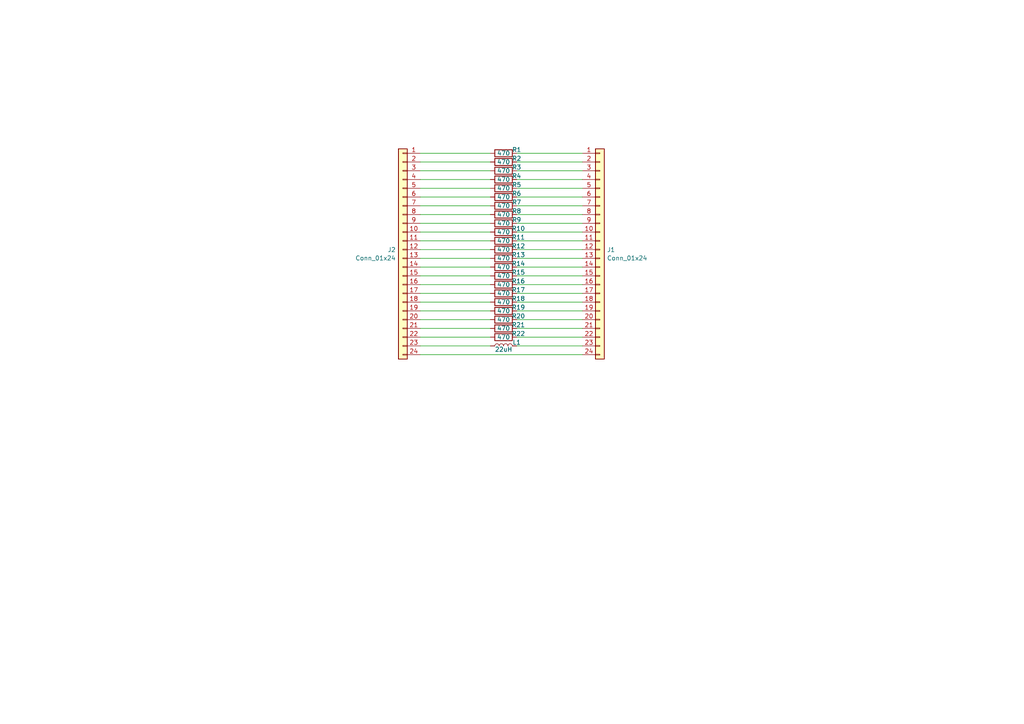
<source format=kicad_sch>
(kicad_sch (version 20231120) (generator "eeschema") (generator_version "8.0")
  (paper "A4")
  (title_block (title "600XL Resistor Networks & Inductor Keyboard Interface board") (date "2024-07-26") (rev "1"))
  (lib_symbols
    (symbol "Connector_Generic:Conn_01x24" (pin_names (offset 1.016) hide)
      (property "Reference" "J" (at 0 30.48 0))
      (property "Value" "Conn_01x24" (at 0 -33.02 0))
      (symbol "Conn_01x24_1_1"
        (rectangle (start -1.27 -30.353) (end 0 -30.607) (stroke (width 0.1524)))
        (rectangle (start -1.27 -27.813) (end 0 -28.067) (stroke (width 0.1524)))
        (rectangle (start -1.27 -25.273) (end 0 -25.527) (stroke (width 0.1524)))
        (rectangle (start -1.27 -22.733) (end 0 -22.987) (stroke (width 0.1524)))
        (rectangle (start -1.27 -20.193) (end 0 -20.447) (stroke (width 0.1524)))
        (rectangle (start -1.27 -17.653) (end 0 -17.907) (stroke (width 0.1524)))
        (rectangle (start -1.27 -15.113) (end 0 -15.367) (stroke (width 0.1524)))
        (rectangle (start -1.27 -12.573) (end 0 -12.827) (stroke (width 0.1524)))
        (rectangle (start -1.27 -10.033) (end 0 -10.287) (stroke (width 0.1524)))
        (rectangle (start -1.27 -7.493) (end 0 -7.747) (stroke (width 0.1524)))
        (rectangle (start -1.27 -4.953) (end 0 -5.207) (stroke (width 0.1524)))
        (rectangle (start -1.27 -2.413) (end 0 -2.667) (stroke (width 0.1524)))
        (rectangle (start -1.27 0.127) (end 0 -0.127) (stroke (width 0.1524)))
        (rectangle (start -1.27 2.667) (end 0 2.413) (stroke (width 0.1524)))
        (rectangle (start -1.27 5.207) (end 0 4.953) (stroke (width 0.1524)))
        (rectangle (start -1.27 7.747) (end 0 7.493) (stroke (width 0.1524)))
        (rectangle (start -1.27 10.287) (end 0 10.033) (stroke (width 0.1524)))
        (rectangle (start -1.27 12.827) (end 0 12.573) (stroke (width 0.1524)))
        (rectangle (start -1.27 15.367) (end 0 15.113) (stroke (width 0.1524)))
        (rectangle (start -1.27 17.907) (end 0 17.653) (stroke (width 0.1524)))
        (rectangle (start -1.27 20.447) (end 0 20.193) (stroke (width 0.1524)))
        (rectangle (start -1.27 22.987) (end 0 22.733) (stroke (width 0.1524)))
        (rectangle (start -1.27 25.527) (end 0 25.273) (stroke (width 0.1524)))
        (rectangle (start -1.27 28.067) (end 0 27.813) (stroke (width 0.1524)))
        (rectangle (start -1.27 29.21) (end 1.27 -31.75) (stroke (width 0.254)) (fill (type background)))
        (pin passive line (at -5.08 27.94 0) (length 3.81) (name "Pin_1") (number "1"))
        (pin passive line (at -5.08 5.08 0) (length 3.81) (name "Pin_10") (number "10"))
        (pin passive line (at -5.08 2.54 0) (length 3.81) (name "Pin_11") (number "11"))
        (pin passive line (at -5.08 0 0) (length 3.81) (name "Pin_12") (number "12"))
        (pin passive line (at -5.08 -2.54 0) (length 3.81) (name "Pin_13") (number "13"))
        (pin passive line (at -5.08 -5.08 0) (length 3.81) (name "Pin_14") (number "14"))
        (pin passive line (at -5.08 -7.62 0) (length 3.81) (name "Pin_15") (number "15"))
        (pin passive line (at -5.08 -10.16 0) (length 3.81) (name "Pin_16") (number "16"))
        (pin passive line (at -5.08 -12.7 0) (length 3.81) (name "Pin_17") (number "17"))
        (pin passive line (at -5.08 -15.24 0) (length 3.81) (name "Pin_18") (number "18"))
        (pin passive line (at -5.08 -17.78 0) (length 3.81) (name "Pin_19") (number "19"))
        (pin passive line (at -5.08 25.4 0) (length 3.81) (name "Pin_2") (number "2"))
        (pin passive line (at -5.08 -20.32 0) (length 3.81) (name "Pin_20") (number "20"))
        (pin passive line (at -5.08 -22.86 0) (length 3.81) (name "Pin_21") (number "21"))
        (pin passive line (at -5.08 -25.4 0) (length 3.81) (name "Pin_22") (number "22"))
        (pin passive line (at -5.08 -27.94 0) (length 3.81) (name "Pin_23") (number "23"))
        (pin passive line (at -5.08 -30.48 0) (length 3.81) (name "Pin_24") (number "24"))
        (pin passive line (at -5.08 22.86 0) (length 3.81) (name "Pin_3") (number "3"))
        (pin passive line (at -5.08 20.32 0) (length 3.81) (name "Pin_4") (number "4"))
        (pin passive line (at -5.08 17.78 0) (length 3.81) (name "Pin_5") (number "5"))
        (pin passive line (at -5.08 15.24 0) (length 3.81) (name "Pin_6") (number "6"))
        (pin passive line (at -5.08 12.7 0) (length 3.81) (name "Pin_7") (number "7"))
        (pin passive line (at -5.08 10.16 0) (length 3.81) (name "Pin_8") (number "8"))
        (pin passive line (at -5.08 7.62 0) (length 3.81) (name "Pin_9") (number "9"))
      )
    )
    (symbol "Device:L" (pin_numbers hide) (pin_names (offset 1.016) hide)
      (property "Reference" "L" (at -1.27 0 90))
      (property "Value" "L" (at 1.905 0 90))
      (symbol "L_0_1"
        (arc (start 0 -2.54) (mid 0.6323 -1.905) (end 0 -1.27))
        (arc (start 0 -1.27) (mid 0.6323 -0.635) (end 0 0))
        (arc (start 0 0) (mid 0.6323 0.635) (end 0 1.27))
        (arc (start 0 1.27) (mid 0.6323 1.905) (end 0 2.54))
      )
      (symbol "L_1_1"
        (pin passive line (at 0 3.81 270) (length 1.27) (name "1") (number "1"))
        (pin passive line (at 0 -3.81 90) (length 1.27) (name "2") (number "2"))
      )
    )
    (symbol "Device:R" (pin_numbers hide) (pin_names (offset 0))
      (property "Reference" "R" (at 2.032 0 90))
      (property "Value" "R" (at 0 0 90))
      (symbol "R_0_1"
        (rectangle (start -1.016 -2.54) (end 1.016 2.54) (stroke (width 0.254)))
      )
      (symbol "R_1_1"
        (pin passive line (at 0 3.81 270) (length 1.27) (name "~") (number "1"))
        (pin passive line (at 0 -3.81 90) (length 1.27) (name "~") (number "2"))
      )
    )
  )
  (wire (pts (xy 149.86 67.31) (xy 168.91 67.31)))
  (wire (pts (xy 149.86 44.45) (xy 168.91 44.45)))
  (wire (pts (xy 149.86 57.15) (xy 168.91 57.15)))
  (wire (pts (xy 121.92 54.61) (xy 142.24 54.61)))
  (wire (pts (xy 149.86 62.23) (xy 168.91 62.23)))
  (wire (pts (xy 149.86 95.25) (xy 168.91 95.25)))
  (wire (pts (xy 121.92 95.25) (xy 142.24 95.25)))
  (wire (pts (xy 121.92 72.39) (xy 142.24 72.39)))
  (wire (pts (xy 149.86 49.53) (xy 168.91 49.53)))
  (wire (pts (xy 149.86 77.47) (xy 168.91 77.47)))
  (wire (pts (xy 149.86 87.63) (xy 168.91 87.63)))
  (wire (pts (xy 149.86 90.17) (xy 168.91 90.17)))
  (wire (pts (xy 121.92 97.79) (xy 142.24 97.79)))
  (wire (pts (xy 149.86 69.85) (xy 168.91 69.85)))
  (wire (pts (xy 121.92 52.07) (xy 142.24 52.07)))
  (wire (pts (xy 121.92 67.31) (xy 142.24 67.31)))
  (wire (pts (xy 121.92 82.55) (xy 142.24 82.55)))
  (wire (pts (xy 149.86 74.93) (xy 168.91 74.93)))
  (wire (pts (xy 121.92 62.23) (xy 142.24 62.23)))
  (wire (pts (xy 149.86 54.61) (xy 168.91 54.61)))
  (wire (pts (xy 121.92 77.47) (xy 142.24 77.47)))
  (wire (pts (xy 121.92 69.85) (xy 142.24 69.85)))
  (wire (pts (xy 121.92 49.53) (xy 142.24 49.53)))
  (wire (pts (xy 121.92 100.33) (xy 142.24 100.33)))
  (wire (pts (xy 121.92 64.77) (xy 142.24 64.77)))
  (wire (pts (xy 121.92 80.01) (xy 142.24 80.01)))
  (wire (pts (xy 149.86 46.99) (xy 168.91 46.99)))
  (wire (pts (xy 149.86 100.33) (xy 168.91 100.33)))
  (wire (pts (xy 121.92 59.69) (xy 142.24 59.69)))
  (wire (pts (xy 149.86 64.77) (xy 168.91 64.77)))
  (wire (pts (xy 149.86 97.79) (xy 168.91 97.79)))
  (wire (pts (xy 149.86 80.01) (xy 168.91 80.01)))
  (wire (pts (xy 121.92 85.09) (xy 142.24 85.09)))
  (wire (pts (xy 121.92 44.45) (xy 142.24 44.45)))
  (wire (pts (xy 121.92 87.63) (xy 142.24 87.63)))
  (wire (pts (xy 121.92 74.93) (xy 142.24 74.93)))
  (wire (pts (xy 121.92 57.15) (xy 142.24 57.15)))
  (wire (pts (xy 121.92 46.99) (xy 142.24 46.99)))
  (wire (pts (xy 121.92 92.71) (xy 142.24 92.71)))
  (wire (pts (xy 149.86 85.09) (xy 168.91 85.09)))
  (wire (pts (xy 121.92 102.87) (xy 168.91 102.87)))
  (wire (pts (xy 149.86 92.71) (xy 168.91 92.71)))
  (wire (pts (xy 149.86 72.39) (xy 168.91 72.39)))
  (wire (pts (xy 149.86 59.69) (xy 168.91 59.69)))
  (wire (pts (xy 121.92 90.17) (xy 142.24 90.17)))
  (wire (pts (xy 149.86 82.55) (xy 168.91 82.55)))
  (wire (pts (xy 149.86 52.07) (xy 168.91 52.07)))
  (symbol (lib_id "Device:R") (at 146.05 92.71 90) (unit 1)
    (property "Reference" "R20" (at 150.368 91.694 90))
    (property "Value" "470" (at 146.05 92.71 90))
    (property "Footprint" "Resistor_SMD:R_0603_1608Metric" (effects (hide yes)))
    (property "Description" "Resistor" (effects (hide yes)))
    (property "JLCPCB Part #" "C23179" (effects (hide yes)))
  )
  (symbol (lib_id "Device:R") (at 146.05 59.69 90) (unit 1)
    (property "Reference" "R7" (at 149.86 58.674 90))
    (property "Value" "470" (at 146.05 59.69 90))
    (property "Footprint" "Resistor_SMD:R_0603_1608Metric" (effects (hide yes)))
    (property "Description" "Resistor" (effects (hide yes)))
    (property "JLCPCB Part #" "C23179" (effects (hide yes)))
  )
  (symbol (lib_id "Device:R") (at 146.05 46.99 90) (unit 1)
    (property "Reference" "R2" (at 149.86 45.974 90))
    (property "Value" "470" (at 146.05 46.99 90))
    (property "Footprint" "Resistor_SMD:R_0603_1608Metric" (effects (hide yes)))
    (property "Description" "Resistor" (effects (hide yes)))
    (property "JLCPCB Part #" "C23179" (effects (hide yes)))
  )
  (symbol (lib_id "Connector_Generic:Conn_01x24") (at 116.84 72.39 0) (mirror y) (unit 1)
    (property "Reference" "J2" (at 114.808 72.4478 0) (effects (justify left)))
    (property "Value" "Conn_01x24" (at 114.808 74.8721 0) (effects (justify left)))
    (property "Footprint" "Connector_PinHeader_2.54mm:PinHeader_1x24_P2.54mm_Vertical" (effects (hide yes)))
    (property "Description" "Generic connector, single row, 01x24, script generated (kicad-library-utils/schlib/autogen/connector/)" (effects (hide yes)))
  )
  (symbol (lib_id "Device:R") (at 146.05 95.25 90) (unit 1)
    (property "Reference" "R21" (at 150.368 94.234 90))
    (property "Value" "470" (at 146.05 95.25 90))
    (property "Footprint" "Resistor_SMD:R_0603_1608Metric" (effects (hide yes)))
    (property "Description" "Resistor" (effects (hide yes)))
    (property "JLCPCB Part #" "C23179" (effects (hide yes)))
  )
  (symbol (lib_id "Connector_Generic:Conn_01x24") (at 173.99 72.39 0) (unit 1)
    (property "Reference" "J1" (at 176.022 72.4478 0) (effects (justify left)))
    (property "Value" "Conn_01x24" (at 176.022 74.8721 0) (effects (justify left)))
    (property "Footprint" "Connector_PinHeader_2.54mm:PinHeader_1x24_P2.54mm_Vertical" (effects (hide yes)))
    (property "Description" "Generic connector, single row, 01x24, script generated (kicad-library-utils/schlib/autogen/connector/)" (effects (hide yes)))
  )
  (symbol (lib_id "Device:R") (at 146.05 77.47 90) (unit 1)
    (property "Reference" "R14" (at 150.368 76.454 90))
    (property "Value" "470" (at 146.05 77.47 90))
    (property "Footprint" "Resistor_SMD:R_0603_1608Metric" (effects (hide yes)))
    (property "Description" "Resistor" (effects (hide yes)))
    (property "JLCPCB Part #" "C23179" (effects (hide yes)))
  )
  (symbol (lib_id "Device:L") (at 146.05 100.33 90) (unit 1)
    (property "Reference" "L1" (at 149.86 99.314 90))
    (property "Value" "22uH" (at 146.05 101.346 90))
    (property "Footprint" "Inductor_SMD:L_0603_1608Metric" (effects (hide yes)))
    (property "Description" "Inductor" (effects (hide yes)))
    (property "JLCPCB Part #" "C361669" (effects (hide yes)))
  )
  (symbol (lib_id "Device:R") (at 146.05 87.63 90) (unit 1)
    (property "Reference" "R18" (at 150.368 86.614 90))
    (property "Value" "470" (at 146.05 87.63 90))
    (property "Footprint" "Resistor_SMD:R_0603_1608Metric" (effects (hide yes)))
    (property "Description" "Resistor" (effects (hide yes)))
    (property "JLCPCB Part #" "C23179" (effects (hide yes)))
  )
  (symbol (lib_id "Device:R") (at 146.05 52.07 90) (unit 1)
    (property "Reference" "R4" (at 149.86 51.054 90))
    (property "Value" "470" (at 146.05 52.07 90))
    (property "Footprint" "Resistor_SMD:R_0603_1608Metric" (effects (hide yes)))
    (property "Description" "Resistor" (effects (hide yes)))
    (property "JLCPCB Part #" "C23179" (effects (hide yes)))
  )
  (symbol (lib_id "Device:R") (at 146.05 49.53 90) (unit 1)
    (property "Reference" "R3" (at 149.86 48.514 90))
    (property "Value" "470" (at 146.05 49.53 90))
    (property "Footprint" "Resistor_SMD:R_0603_1608Metric" (effects (hide yes)))
    (property "Description" "Resistor" (effects (hide yes)))
    (property "JLCPCB Part #" "C23179" (effects (hide yes)))
  )
  (symbol (lib_id "Device:R") (at 146.05 62.23 90) (unit 1)
    (property "Reference" "R8" (at 149.86 61.214 90))
    (property "Value" "470" (at 146.05 62.23 90))
    (property "Footprint" "Resistor_SMD:R_0603_1608Metric" (effects (hide yes)))
    (property "Description" "Resistor" (effects (hide yes)))
    (property "JLCPCB Part #" "C23179" (effects (hide yes)))
  )
  (symbol (lib_id "Device:R") (at 146.05 67.31 90) (unit 1)
    (property "Reference" "R10" (at 150.368 66.294 90))
    (property "Value" "470" (at 146.05 67.31 90))
    (property "Footprint" "Resistor_SMD:R_0603_1608Metric" (effects (hide yes)))
    (property "Description" "Resistor" (effects (hide yes)))
    (property "JLCPCB Part #" "C23179" (effects (hide yes)))
  )
  (symbol (lib_id "Device:R") (at 146.05 80.01 90) (unit 1)
    (property "Reference" "R15" (at 150.368 78.994 90))
    (property "Value" "470" (at 146.05 80.01 90))
    (property "Footprint" "Resistor_SMD:R_0603_1608Metric" (effects (hide yes)))
    (property "Description" "Resistor" (effects (hide yes)))
    (property "JLCPCB Part #" "C23179" (effects (hide yes)))
  )
  (symbol (lib_id "Device:R") (at 146.05 54.61 90) (unit 1)
    (property "Reference" "R5" (at 149.86 53.594 90))
    (property "Value" "470" (at 146.05 54.61 90))
    (property "Footprint" "Resistor_SMD:R_0603_1608Metric" (effects (hide yes)))
    (property "Description" "Resistor" (effects (hide yes)))
    (property "JLCPCB Part #" "C23179" (effects (hide yes)))
  )
  (symbol (lib_id "Device:R") (at 146.05 97.79 90) (unit 1)
    (property "Reference" "R22" (at 150.368 96.774 90))
    (property "Value" "470" (at 146.05 97.79 90))
    (property "Footprint" "Resistor_SMD:R_0603_1608Metric" (effects (hide yes)))
    (property "Description" "Resistor" (effects (hide yes)))
    (property "JLCPCB Part #" "C23179" (effects (hide yes)))
  )
  (symbol (lib_id "Device:R") (at 146.05 44.45 90) (unit 1)
    (property "Reference" "R1" (at 149.86 43.434 90))
    (property "Value" "470" (at 146.05 44.45 90))
    (property "Footprint" "Resistor_SMD:R_0603_1608Metric" (effects (hide yes)))
    (property "Description" "Resistor" (effects (hide yes)))
    (property "JLCPCB Part #" "C23179" (effects (hide yes)))
  )
  (symbol (lib_id "Device:R") (at 146.05 82.55 90) (unit 1)
    (property "Reference" "R16" (at 150.368 81.534 90))
    (property "Value" "470" (at 146.05 82.55 90))
    (property "Footprint" "Resistor_SMD:R_0603_1608Metric" (effects (hide yes)))
    (property "Description" "Resistor" (effects (hide yes)))
    (property "JLCPCB Part #" "C23179" (effects (hide yes)))
  )
  (symbol (lib_id "Device:R") (at 146.05 69.85 90) (unit 1)
    (property "Reference" "R11" (at 150.368 68.834 90))
    (property "Value" "470" (at 146.05 69.85 90))
    (property "Footprint" "Resistor_SMD:R_0603_1608Metric" (effects (hide yes)))
    (property "Description" "Resistor" (effects (hide yes)))
    (property "JLCPCB Part #" "C23179" (effects (hide yes)))
  )
  (symbol (lib_id "Device:R") (at 146.05 64.77 90) (unit 1)
    (property "Reference" "R9" (at 149.86 63.754 90))
    (property "Value" "470" (at 146.05 64.77 90))
    (property "Footprint" "Resistor_SMD:R_0603_1608Metric" (effects (hide yes)))
    (property "Description" "Resistor" (effects (hide yes)))
    (property "JLCPCB Part #" "C23179" (effects (hide yes)))
  )
  (symbol (lib_id "Device:R") (at 146.05 72.39 90) (unit 1)
    (property "Reference" "R12" (at 150.368 71.374 90))
    (property "Value" "470" (at 146.05 72.39 90))
    (property "Footprint" "Resistor_SMD:R_0603_1608Metric" (effects (hide yes)))
    (property "Description" "Resistor" (effects (hide yes)))
    (property "JLCPCB Part #" "C23179" (effects (hide yes)))
  )
  (symbol (lib_id "Device:R") (at 146.05 90.17 90) (unit 1)
    (property "Reference" "R19" (at 150.368 89.154 90))
    (property "Value" "470" (at 146.05 90.17 90))
    (property "Footprint" "Resistor_SMD:R_0603_1608Metric" (effects (hide yes)))
    (property "Description" "Resistor" (effects (hide yes)))
    (property "JLCPCB Part #" "C23179" (effects (hide yes)))
  )
  (symbol (lib_id "Device:R") (at 146.05 85.09 90) (unit 1)
    (property "Reference" "R17" (at 150.368 84.074 90))
    (property "Value" "470" (at 146.05 85.09 90))
    (property "Footprint" "Resistor_SMD:R_0603_1608Metric" (effects (hide yes)))
    (property "Description" "Resistor" (effects (hide yes)))
    (property "JLCPCB Part #" "C23179" (effects (hide yes)))
  )
  (symbol (lib_id "Device:R") (at 146.05 74.93 90) (unit 1)
    (property "Reference" "R13" (at 150.368 73.914 90))
    (property "Value" "470" (at 146.05 74.93 90))
    (property "Footprint" "Resistor_SMD:R_0603_1608Metric" (effects (hide yes)))
    (property "Description" "Resistor" (effects (hide yes)))
    (property "JLCPCB Part #" "C23179" (effects (hide yes)))
  )
  (symbol (lib_id "Device:R") (at 146.05 57.15 90) (unit 1)
    (property "Reference" "R6" (at 149.86 56.134 90))
    (property "Value" "470" (at 146.05 57.15 90))
    (property "Footprint" "Resistor_SMD:R_0603_1608Metric" (effects (hide yes)))
    (property "Description" "Resistor" (effects (hide yes)))
    (property "JLCPCB Part #" "C23179" (effects (hide yes)))
  )
)
</source>
